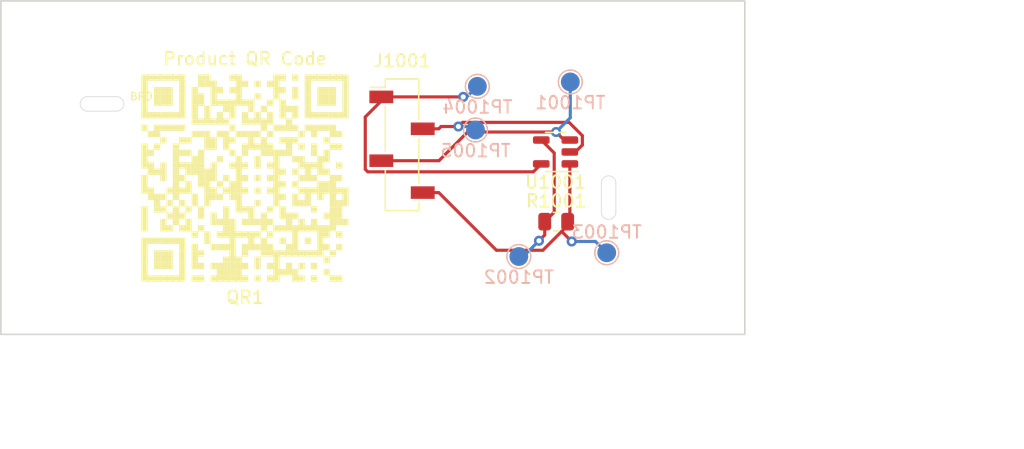
<source format=kicad_pcb>
(kicad_pcb (version 20221018) (generator pcbnew)
  (title_block (date "2021-12-24") (rev "01"))
  (layers (0 "F.Cu" signal) (31 "B.Cu" signal) (34 "B.Paste" user) (35 "F.Paste" user) (36 "B.SilkS" user "B.Silkscreen") (37 "F.SilkS" user "F.Silkscreen") (38 "B.Mask" user) (39 "F.Mask" user) (44 "Edge.Cuts" user))
  (net 0 "")
  (net 1 "/OUT")
  (net 2 "GND")
  (net 3 "/IN")
  (net 4 "VCC")
  (net 5 "/_AOPIN+")
  (footprint "Connector_PinSocket_2.54mm:PinSocket_1x04_P2.54mm_Vertical_SMD_Pin1Left" (layer "F.Cu") (at 147.8 95.25)
    (fp_text reference "J1001" (at 0 -6.68) (layer "F.SilkS"))
    (fp_text value "SSM-104-L-SV")
    (pad "1" smd rect (at -1.65 -3.81) (size 1.9 1) (layers "F.Cu" "F.Paste" "F.Mask") (net 4 "VCC"))
    (pad "2" smd rect (at 1.65 -1.27) (size 1.9 1) (layers "F.Cu" "F.Paste" "F.Mask") (net 2 "GND"))
    (pad "3" smd rect (at -1.65 1.27) (size 1.9 1) (layers "F.Cu" "F.Paste" "F.Mask") (net 3 "/IN"))
    (pad "4" smd rect (at 1.65 3.81) (size 1.9 1) (layers "F.Cu" "F.Paste" "F.Mask") (net 1 "/OUT"))
  )
  (footprint "tc5:TC5" (layer "F.Cu") (at 135.3 97.9)
    (fp_text reference "QR1" (at 0 9.5) (layer "F.SilkS"))
    (fp_text value "Product QR Code" (at 0 -9.5) (layer "F.SilkS"))
  )
  (footprint "Resistor_SMD:R_0805_2012Metric" (layer "F.Cu") (at 160.075 101.375)
    (fp_text reference "R1001" (at 0 -1.65) (layer "F.SilkS"))
    (fp_text value "10k")
    (pad "1" smd roundrect (at -0.9125 0) (size 1.025 1.4) (layers "F.Cu" "F.Paste" "F.Mask") (roundrect_rratio 0.243902) (net 5 "/_AOPIN+"))
    (pad "2" smd roundrect (at 0.9125 0) (size 1.025 1.4) (layers "F.Cu" "F.Paste" "F.Mask") (roundrect_rratio 0.243902) (net 1 "/OUT"))
  )
  (footprint "Package_TO_SOT_SMD:SOT-23-5" (layer "F.Cu") (at 160.025 95.825 180)
    (fp_text reference "U1001" (at 0 -2.4) (layer "F.SilkS"))
    (fp_text value "MCP6001-OT")
    (pad "1" smd roundrect (at -1.1375 -0.95 180) (size 1.325 0.6) (layers "F.Cu" "F.Paste" "F.Mask") (net 1 "/OUT"))
    (pad "2" smd roundrect (at -1.1375 0 180) (size 1.325 0.6) (layers "F.Cu" "F.Paste" "F.Mask") (net 2 "GND"))
    (pad "3" smd roundrect (at -1.1375 0.95 180) (size 1.325 0.6) (layers "F.Cu" "F.Paste" "F.Mask") (net 3 "/IN"))
    (pad "4" smd roundrect (at 1.1375 0.95 180) (size 1.325 0.6) (layers "F.Cu" "F.Paste" "F.Mask") (net 5 "/_AOPIN+"))
    (pad "5" smd roundrect (at 1.1375 -0.95 180) (size 1.325 0.6) (layers "F.Cu" "F.Paste" "F.Mask") (net 4 "VCC"))
  )
  (footprint "tc5:DemoBoard" (layer "F.Cu") (at 127.325 91.1)
    (fp_text reference "BRD1" (at 0 0.3) (layer "F.SilkS") (effects (font (size 0.6 0.6) (thickness 0.1))))
    (fp_text value "SYM_Arrow_XLarge")
    (fp_line (start -11.46 -7.3) (end 47.77 -7.3) (stroke (width 0.12)) (layer "Edge.Cuts"))
    (fp_line (start -11.46 19.25) (end -11.46 -7.3) (stroke (width 0.12)) (layer "Edge.Cuts"))
    (fp_line (start 47.77 19.25) (end -11.46 19.25) (stroke (width 0.12)) (layer "Edge.Cuts"))
    (fp_line (start 47.77 19.25) (end 47.77 -7.3) (stroke (width 0.12)) (layer "Edge.Cuts"))
  )
  (footprint "TestPoint:TestPoint_Pad_D1.5mm" (layer "B.Cu") (at 161.2 90.25)
    (fp_text reference "TP1001" (at 0 1.648) (layer "B.SilkS") (effects (justify mirror)))
    (fp_text value "TP_IN")
    (pad "1" smd circle (at 0 0) (size 1.5 1.5) (layers "B.Cu" "B.Mask") (net 3 "/IN"))
  )
  (footprint "TestPoint:TestPoint_Pad_D1.5mm" (layer "B.Cu") (at 157.1 104.15)
    (fp_text reference "TP1002" (at 0 1.648) (layer "B.SilkS") (effects (justify mirror)))
    (fp_text value "TP_NEG")
    (pad "1" smd circle (at 0 0) (size 1.5 1.5) (layers "B.Cu" "B.Mask") (net 5 "/_AOPIN+"))
  )
  (footprint "TestPoint:TestPoint_Pad_D1.5mm" (layer "B.Cu") (at 164.1 103.85 180)
    (fp_text reference "TP1003" (at 0 1.648) (layer "B.SilkS") (effects (justify mirror)))
    (fp_text value "TP_OUT")
    (pad "1" smd circle (at 0 0 180) (size 1.5 1.5) (layers "B.Cu" "B.Mask") (net 1 "/OUT"))
  )
  (footprint "TestPoint:TestPoint_Pad_D1.5mm" (layer "B.Cu") (at 153.8 90.6)
    (fp_text reference "TP1004" (at 0 1.648) (layer "B.SilkS") (effects (justify mirror)))
    (fp_text value "TP_VCC")
    (pad "1" smd circle (at 0 0) (size 1.5 1.5) (layers "B.Cu" "B.Mask") (net 4 "VCC"))
  )
  (footprint "TestPoint:TestPoint_Pad_D1.5mm" (layer "B.Cu") (at 153.65 94.075)
    (fp_text reference "TP1005" (at 0 1.648) (layer "B.SilkS") (effects (justify mirror)))
    (fp_text value "TP_GND")
    (pad "1" smd circle (at 0 0) (size 1.5 1.5) (layers "B.Cu" "B.Mask") (net 2 "GND"))
  )
  (gr_line (start 122.75 91.425) (end 125.075 91.425) (stroke (width 0.05)) (layer "Edge.Cuts"))
  (gr_arc (start 125.075 91.425) (mid 125.65 92) (end 125.075 92.575) (stroke (width 0.05)) (layer "Edge.Cuts"))
  (gr_line (start 122.75 92.575) (end 125.075 92.575) (stroke (width 0.05)) (layer "Edge.Cuts"))
  (gr_line (start 163.675 100.625) (end 163.675 98.3) (stroke (width 0.05)) (layer "Edge.Cuts"))
  (gr_arc (start 164.825 100.625) (mid 164.25 101.2) (end 163.675 100.625) (stroke (width 0.05)) (layer "Edge.Cuts"))
  (gr_arc (start 163.675 98.3) (mid 164.25 97.725) (end 164.825 98.3) (stroke (width 0.05)) (layer "Edge.Cuts"))
  (gr_line (start 164.825 100.625) (end 164.825 98.3) (stroke (width 0.05)) (layer "Edge.Cuts"))
  (gr_arc (start 122.75 92.575) (mid 122.175 92) (end 122.75 91.425) (stroke (width 0.05)) (layer "Edge.Cuts"))
  (segment (start 160.9875 101.6763) (end 160.9875 101.375) (width 0.25) (layer "F.Cu") (net 1))
  (segment (start 160.5119 102.1519) (end 161.3111 102.9512) (width 0.25) (layer "F.Cu") (net 1))
  (segment (start 150.7253 99.06) (end 155.3182 103.6529) (width 0.25) (layer "F.Cu") (net 1))
  (segment (start 155.3182 103.6529) (end 159.0109 103.6529) (width 0.25) (layer "F.Cu") (net 1))
  (segment (start 160.5119 102.1519) (end 160.9875 101.6763) (width 0.25) (layer "F.Cu") (net 1))
  (segment (start 161.1625 101.2) (end 161.1625 96.775) (width 0.25) (layer "F.Cu") (net 1))
  (segment (start 149.45 99.06) (end 150.7253 99.06) (width 0.25) (layer "F.Cu") (net 1))
  (segment (start 159.0109 103.6529) (end 160.5119 102.1519) (width 0.25) (layer "F.Cu") (net 1))
  (segment (start 160.9875 101.375) (end 161.1625 101.2) (width 0.25) (layer "F.Cu") (net 1))
  (via (at 161.3111 102.9512) (size 0.8) (drill 0.4) (layers "F.Cu" "B.Cu") (net 1))
  (segment (start 163.2012 102.9512) (end 164.1 103.85) (width 0.25) (layer "B.Cu") (net 1))
  (segment (start 161.3111 102.9512) (end 163.2012 102.9512) (width 0.25) (layer "B.Cu") (net 1))
  (segment (start 152.2862 93.798) (end 150.9073 93.798) (width 0.25) (layer "F.Cu") (net 2))
  (segment (start 162.1601 94.5281) (end 161.1018 93.4698) (width 0.25) (layer "F.Cu") (net 2))
  (segment (start 149.45 93.98) (end 150.7253 93.98) (width 0.25) (layer "F.Cu") (net 2))
  (segment (start 162.1601 95.2694) (end 162.1601 94.5281) (width 0.25) (layer "F.Cu") (net 2))
  (segment (start 161.1018 93.4698) (end 152.6144 93.4698) (width 0.25) (layer "F.Cu") (net 2))
  (segment (start 161.1625 95.825) (end 161.6045 95.825) (width 0.25) (layer "F.Cu") (net 2))
  (segment (start 152.6144 93.4698) (end 152.2862 93.798) (width 0.25) (layer "F.Cu") (net 2))
  (segment (start 150.9073 93.798) (end 150.7253 93.98) (width 0.25) (layer "F.Cu") (net 2))
  (segment (start 161.6045 95.825) (end 162.1601 95.2694) (width 0.25) (layer "F.Cu") (net 2))
  (via (at 152.2862 93.798) (size 0.8) (drill 0.4) (layers "F.Cu" "B.Cu") (net 2))
  (segment (start 153.65 94.075) (end 153.3731 93.7981) (width 0.25) (layer "B.Cu") (net 2))
  (segment (start 153.3731 93.7981) (end 152.2862 93.7981) (width 0.25) (layer "B.Cu") (net 2))
  (segment (start 152.2862 93.7981) (end 152.2862 93.798) (width 0.25) (layer "B.Cu") (net 2))
  (segment (start 150.7406 96.52) (end 153.0237 94.2369) (width 0.25) (layer "F.Cu") (net 3))
  (segment (start 146.15 96.52) (end 150.7406 96.52) (width 0.25) (layer "F.Cu") (net 3))
  (segment (start 153.0237 94.2369) (end 160.0644 94.2369) (width 0.25) (layer "F.Cu") (net 3))
  (segment (start 161.1625 94.875) (end 160.7025 94.875) (width 0.25) (layer "F.Cu") (net 3))
  (segment (start 160.7025 94.875) (end 160.0644 94.2369) (width 0.25) (layer "F.Cu") (net 3))
  (via (at 160.0644 94.2369) (size 0.8) (drill 0.4) (layers "F.Cu" "B.Cu") (net 3))
  (segment (start 161.2 93.1013) (end 160.0644 94.2369) (width 0.25) (layer "B.Cu") (net 3))
  (segment (start 161.2 90.25) (end 161.2 93.1013) (width 0.25) (layer "B.Cu") (net 3))
  (segment (start 146.4689 91.44) (end 144.8746 93.0343) (width 0.25) (layer "F.Cu") (net 4))
  (segment (start 158.2583 97.4042) (end 158.8875 96.775) (width 0.25) (layer "F.Cu") (net 4))
  (segment (start 145.0729 97.4042) (end 158.2583 97.4042) (width 0.25) (layer "F.Cu") (net 4))
  (segment (start 144.8746 97.2059) (end 145.0729 97.4042) (width 0.25) (layer "F.Cu") (net 4))
  (segment (start 146.15 91.44) (end 146.4689 91.44) (width 0.25) (layer "F.Cu") (net 4))
  (segment (start 146.7877 91.44) (end 152.6727 91.44) (width 0.25) (layer "F.Cu") (net 4))
  (segment (start 144.8746 93.0343) (end 144.8746 97.2059) (width 0.25) (layer "F.Cu") (net 4))
  (segment (start 146.4689 91.44) (end 146.7877 91.44) (width 0.25) (layer "F.Cu") (net 4))
  (via (at 152.6727 91.44) (size 0.8) (drill 0.4) (layers "F.Cu" "B.Cu") (net 4))
  (segment (start 153.8 90.6) (end 152.96 91.44) (width 0.25) (layer "B.Cu") (net 4))
  (segment (start 152.96 91.44) (end 152.6727 91.44) (width 0.25) (layer "B.Cu") (net 4))
  (segment (start 158.8875 94.875) (end 159.9181 95.9056) (width 0.25) (layer "F.Cu") (net 5))
  (segment (start 158.7047 102.8956) (end 159.1625 102.4378) (width 0.25) (layer "F.Cu") (net 5))
  (segment (start 159.9181 95.9056) (end 159.9181 100.6194) (width 0.25) (layer "F.Cu") (net 5))
  (segment (start 159.1625 102.4378) (end 159.1625 101.375) (width 0.25) (layer "F.Cu") (net 5))
  (segment (start 159.9181 100.6194) (end 159.1625 101.375) (width 0.25) (layer "F.Cu") (net 5))
  (via (at 158.7047 102.8956) (size 0.8) (drill 0.4) (layers "F.Cu" "B.Cu") (net 5))
  (segment (start 157.4503 104.15) (end 158.7047 102.8956) (width 0.25) (layer "B.Cu") (net 5))
  (segment (start 157.1 104.15) (end 157.4503 104.15) (width 0.25) (layer "B.Cu") (net 5))
)
</source>
